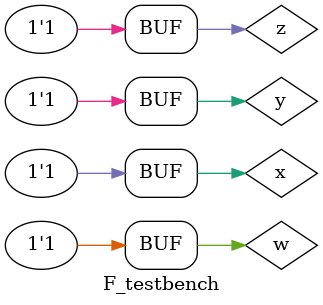
<source format=sv>
module F(w, x, y, z, f);
  input  logic w, x, y, z;
  output logic f;

  logic y1, y2;
  but b2 (.A1(w), .B1(y), .A2(x), .B2(z), .Y1(y1), .Y2(y2));

  assign f = y1 | y2;
endmodule

module but(A1, B1, A2, B2, Y1, Y2);
  input logic A1, B1, A2, B2;
  output logic Y1, Y2;

  always_comb begin
      if ( (A1 & B1)==1'b1 && (A2 & B2)==1'b0) Y1 = 1;
      else Y1 = 0;
      if ( (A2 & B2)==1'b1 && (A1 & B1)==1'b0) Y2 = 1;
      else Y2 = 0;
    end
endmodule

module F_testbench();
  logic w, x, y, z, f;

  F dut (.w, .x, .y, .z, .f);

  initial begin
    integer i;
    for (i = 0; i < 16; i++) begin
      {w, x, y, z} = i; #5;
      if ((i == 5 || i == 7 || i == 10 || i == 11 || i == 13 || i == 14)) begin
        if (f != 1) $display("error! F = %d but output false", i);
      end else if (f == 1)
        $display("error! F = %d but output true", i);
    end
  end
endmodule

</source>
